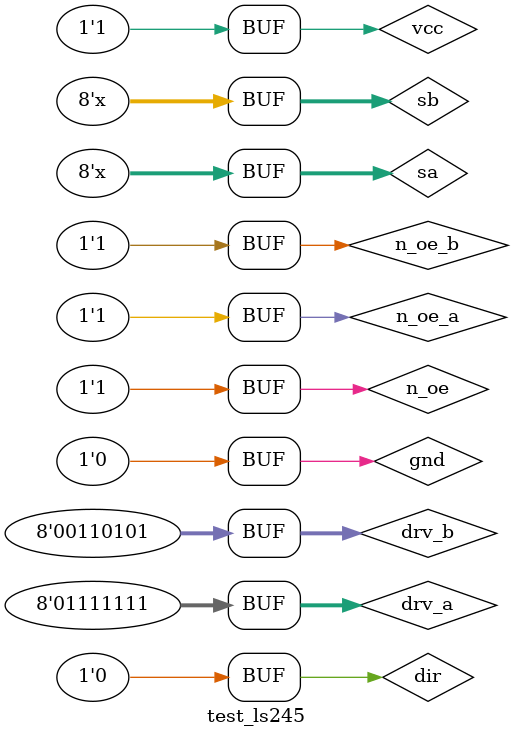
<source format=v>
`ifndef TEST_STDLOGIC_V
`define TEST_STDLOGIC_V

`include "stdlogic.v"

module test_ls161();
   wire vcc, gnd;
   reg n_res;
   reg clock;
   reg simclk;

   reg n_clr, n_load, enp, ent;
   reg [3:0] loadvec;
   wire [3:0] outvec;
   wire rco;

   assign vcc = 1;
   assign gnd = 0;

   ls161 u0_ls161(n_clr, clock,
		  loadvec[0], loadvec[1], loadvec[2], loadvec[3],
		  enp, gnd,
		  n_load, ent,
		  outvec[3], outvec[2], outvec[1], outvec[0],
		  rco, vcc);

   // Trigger RESET at beginning of simulation.  Make sure there is an
   // initial falling edge.
   initial begin
      n_res = 1;
      #2 n_res = 0;
      #18 n_res = 1;
   end

   // Initialize clock.
   initial begin
      clock = 0;
      simclk = 0;
   end

   // 10 unit clock cycle.
   always
     #5 clock = ~clock;

   // Sub-cycle simulator clock triggers as fast as possible.
   always
     #1 simclk = ~simclk;

   // Play with input values a bit.
   initial begin
      n_load = 1;
      n_clr = 1;
      loadvec = 4'hc;
      enp = 1;
      ent = 1;
      #2 n_clr = 0;
      #18 n_clr = 1;
      #222 n_load = 0;
      #18 n_load = 1;
      #40 enp = 0;
      #20 enp = 1;
      #40 ent = 0;
      #20 ent = 1;
   end
endmodule

module test_ls245();
   wire vcc, gnd;

   reg dir, n_oe, n_oe_a, n_oe_b;
   reg [7:0] drv_a, drv_b;
   wire [7:0] sa, sb; // sense_a, sense_b

   assign vcc = 1;
   assign gnd = 0;

   assign sa = (n_oe_a) ? 8'bz : drv_a;
   assign sb = (n_oe_b) ? 8'bz : drv_b;

   ls245 u0_ls245(dir, sa[0], sa[1], sa[2], sa[3], sa[4], sa[5],
		  sa[6], sa[7], gnd, sb[7], sb[6], sb[5], sb[4],
		  sb[3], sb[2], sb[1], sb[0], n_oe, vcc);

   // Play with input values a bit.
   initial begin
      dir = 0;
      n_oe = 1;
      n_oe_a = 1;
      n_oe_b = 1;
      drv_a = 0;
      drv_b = 0;
      #10 n_oe = 0;
      #10 n_oe_b = 0;
      #10 drv_b = 8'hc6;
      #10 drv_b = 8'h35;
      #10 n_oe_b = 1; n_oe_a = 0;
      #10 dir = 1;
      #10 drv_a = 8'h7f;
      #10 n_oe_a = 1; n_oe_b = 0; dir = 0;
      #10 n_oe_a = 0; n_oe_b = 1; dir = 1;
      #10 n_oe_b = 0; // Test a conflict condition.
      #10 dir = 0; n_oe_a = 1; // Release the conflict.
      #10 n_oe = 1; n_oe_a = 1; n_oe_b = 1;
   end
endmodule

`endif // not TEST_STDLOGIC_V

</source>
